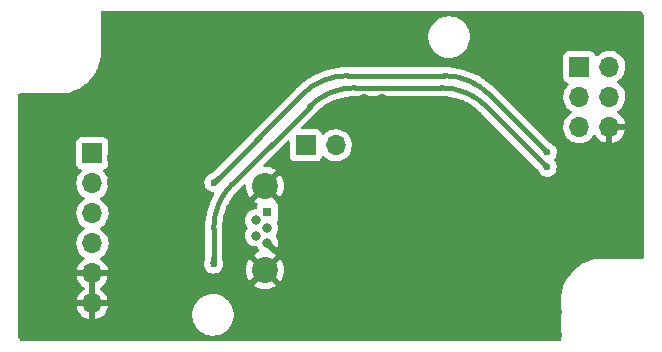
<source format=gbl>
%TF.GenerationSoftware,KiCad,Pcbnew,(6.0.2)*%
%TF.CreationDate,2022-08-31T11:18:45+12:00*%
%TF.ProjectId,webasto_heater_controller,77656261-7374-46f5-9f68-65617465725f,1.0*%
%TF.SameCoordinates,Original*%
%TF.FileFunction,Copper,L2,Bot*%
%TF.FilePolarity,Positive*%
%FSLAX46Y46*%
G04 Gerber Fmt 4.6, Leading zero omitted, Abs format (unit mm)*
G04 Created by KiCad (PCBNEW (6.0.2)) date 2022-08-31 11:18:45*
%MOMM*%
%LPD*%
G01*
G04 APERTURE LIST*
%TA.AperFunction,ComponentPad*%
%ADD10R,0.800000X0.800000*%
%TD*%
%TA.AperFunction,ComponentPad*%
%ADD11C,0.800000*%
%TD*%
%TA.AperFunction,ComponentPad*%
%ADD12C,2.200000*%
%TD*%
%TA.AperFunction,ComponentPad*%
%ADD13R,1.700000X1.700000*%
%TD*%
%TA.AperFunction,ComponentPad*%
%ADD14O,1.700000X1.700000*%
%TD*%
%TA.AperFunction,ViaPad*%
%ADD15C,0.900000*%
%TD*%
%TA.AperFunction,ViaPad*%
%ADD16C,0.600000*%
%TD*%
%TA.AperFunction,Conductor*%
%ADD17C,0.400000*%
%TD*%
G04 APERTURE END LIST*
D10*
%TO.P,J3,1,VCC*%
%TO.N,Net-(J3-Pad1)*%
X138320000Y-92590000D03*
D11*
%TO.P,J3,2,D-*%
%TO.N,USB_D-*%
X137320000Y-93240000D03*
%TO.P,J3,3,D+*%
%TO.N,USB_D+*%
X138320000Y-93890000D03*
%TO.P,J3,4,ID*%
%TO.N,unconnected-(J3-Pad4)*%
X137320000Y-94540000D03*
%TO.P,J3,5,GND*%
%TO.N,GND*%
X138320000Y-95190000D03*
D12*
%TO.P,J3,6,Shield1*%
X138100000Y-90315000D03*
%TO.P,J3,7,Shield2*%
X138100000Y-97465000D03*
%TD*%
D13*
%TO.P,J2,1,Pin_1*%
%TO.N,+BATT*%
X123500000Y-87590000D03*
D14*
%TO.P,J2,2,Pin_2*%
%TO.N,LOW_BEAM*%
X123500000Y-90130000D03*
%TO.P,J2,3,Pin_3*%
%TO.N,IGNITION*%
X123500000Y-92670000D03*
%TO.P,J2,4,Pin_4*%
%TO.N,WLINE*%
X123500000Y-95210000D03*
%TO.P,J2,5,Pin_5*%
%TO.N,GND*%
X123500000Y-97750000D03*
%TO.P,J2,6,Pin_6*%
X123500000Y-100290000D03*
%TD*%
D13*
%TO.P,J1,1,DATA*%
%TO.N,UPDI_DATA*%
X164725000Y-80275000D03*
D14*
%TO.P,J1,2,VCC*%
%TO.N,+5V*%
X167265000Y-80275000D03*
%TO.P,J1,3,NC*%
%TO.N,unconnected-(J1-Pad3)*%
X164725000Y-82815000D03*
%TO.P,J1,4,NC*%
%TO.N,unconnected-(J1-Pad4)*%
X167265000Y-82815000D03*
%TO.P,J1,5,NC*%
%TO.N,unconnected-(J1-Pad5)*%
X164725000Y-85355000D03*
%TO.P,J1,6,GND*%
%TO.N,GND*%
X167265000Y-85355000D03*
%TD*%
D13*
%TO.P,JP1,1,A*%
%TO.N,Net-(J3-Pad1)*%
X141560000Y-86900000D03*
D14*
%TO.P,JP1,2,B*%
%TO.N,+5V*%
X144100000Y-86900000D03*
%TD*%
D15*
%TO.N,GND*%
X163500000Y-89000000D03*
D16*
X122000000Y-103000000D03*
X121000000Y-86000000D03*
X128000000Y-89000000D03*
X129000000Y-76000000D03*
X119000000Y-94000000D03*
D15*
X146500000Y-83000000D03*
D16*
X121000000Y-84000000D03*
X126000000Y-99000000D03*
X120000000Y-89000000D03*
X135000000Y-78000000D03*
X154000000Y-102000000D03*
X125000000Y-98000000D03*
X118000000Y-103000000D03*
X122000000Y-83000000D03*
X144000000Y-102000000D03*
X154000000Y-94000000D03*
X121000000Y-102000000D03*
X157000000Y-101000000D03*
X148000000Y-102000000D03*
X163000000Y-101000000D03*
X130400000Y-99000000D03*
X132750000Y-93000000D03*
X123000000Y-82000000D03*
X119000000Y-86000000D03*
X129000000Y-102000000D03*
X128000000Y-83000000D03*
X131000000Y-76000000D03*
D15*
X148000000Y-83000000D03*
D16*
X135000000Y-76000000D03*
X158000000Y-102000000D03*
X122000000Y-99000000D03*
X130000000Y-94000000D03*
X125000000Y-90000000D03*
X125000000Y-80000000D03*
D15*
X151000000Y-93500000D03*
D16*
X118000000Y-89000000D03*
X134000000Y-88000000D03*
D15*
X158000000Y-81500000D03*
D16*
X150000000Y-102000000D03*
X122000000Y-89000000D03*
X155000000Y-101000000D03*
X118000000Y-97000000D03*
X124000000Y-81000000D03*
X163000000Y-99000000D03*
X118000000Y-83000000D03*
D15*
X165000000Y-87500000D03*
D16*
X133000000Y-80000000D03*
X118000000Y-101000000D03*
X118000000Y-85000000D03*
X127000000Y-82000000D03*
X123000000Y-102000000D03*
X163000000Y-97000000D03*
X128000000Y-101000000D03*
X163000000Y-103000000D03*
X130000000Y-103000000D03*
D15*
X148500000Y-93500000D03*
D16*
X131000000Y-80000000D03*
D15*
X163500000Y-87500000D03*
D16*
X127000000Y-102000000D03*
X154000000Y-96000000D03*
D15*
X146500000Y-84000000D03*
D16*
X159000000Y-101000000D03*
X124000000Y-83000000D03*
X120000000Y-103000000D03*
X127000000Y-100000000D03*
X126000000Y-85000000D03*
X128000000Y-81000000D03*
X119000000Y-84000000D03*
X162000000Y-102000000D03*
X129000000Y-93000000D03*
X126000000Y-83000000D03*
X124000000Y-103000000D03*
X126000000Y-89000000D03*
X122000000Y-85000000D03*
X125000000Y-84000000D03*
X161000000Y-103000000D03*
X126000000Y-103000000D03*
X126000000Y-101000000D03*
X120000000Y-85000000D03*
X156000000Y-102000000D03*
X126000000Y-81000000D03*
X121000000Y-94000000D03*
X133000000Y-76000000D03*
X131000000Y-100000000D03*
X142000000Y-102000000D03*
X166000000Y-96000000D03*
X152000000Y-102000000D03*
X165000000Y-95000000D03*
X123000000Y-84000000D03*
X118000000Y-99000000D03*
X120000000Y-83000000D03*
D15*
X148000000Y-84000000D03*
D16*
X119000000Y-102000000D03*
X127000000Y-80000000D03*
X140000000Y-102000000D03*
X127000000Y-84000000D03*
X125000000Y-76000000D03*
X146000000Y-102000000D03*
X132000000Y-99000000D03*
X125000000Y-88000000D03*
X120000000Y-99000000D03*
X125000000Y-82000000D03*
X127000000Y-76000000D03*
X153000000Y-101000000D03*
X129000000Y-90000000D03*
X138000000Y-102000000D03*
X125000000Y-102000000D03*
D15*
X165000000Y-89000000D03*
D16*
X127000000Y-88000000D03*
X125000000Y-100000000D03*
X128000000Y-103000000D03*
%TO.N,LOW_BEAM_5V*%
X133800000Y-90055000D03*
X162000000Y-87500000D03*
%TO.N,IGNITION_5V*%
X162000000Y-88750000D03*
X133755000Y-96955000D03*
%TD*%
D17*
%TO.N,LOW_BEAM_5V*%
X162000000Y-87500000D02*
X157093792Y-82593792D01*
X141261207Y-82593792D02*
X133800000Y-90055000D01*
X153246036Y-81000000D02*
X145108963Y-81000000D01*
X145108963Y-81000000D02*
G75*
G03*
X141261207Y-82593792I-1J-5441547D01*
G01*
X153246036Y-81000000D02*
G75*
G02*
X157093792Y-82593792I-1J-5441552D01*
G01*
%TO.N,IGNITION_5V*%
X141879687Y-83620312D02*
X135348792Y-90151207D01*
X133755000Y-96955000D02*
X133755000Y-93998963D01*
X145727443Y-82026520D02*
X153022556Y-82026520D01*
X156870312Y-83620312D02*
X162000000Y-88750000D01*
X141879687Y-83620312D02*
G75*
G02*
X145727443Y-82026520I3847755J-3847755D01*
G01*
X153022556Y-82026520D02*
G75*
G02*
X156870312Y-83620312I-1J-5441552D01*
G01*
X133755000Y-93998963D02*
G75*
G02*
X135348792Y-90151207I5441547J1D01*
G01*
%TD*%
%TA.AperFunction,Conductor*%
%TO.N,IGNITION_5V*%
G36*
X133951581Y-96368427D02*
G01*
X133955008Y-96376691D01*
X133955046Y-96430349D01*
X133955476Y-96487904D01*
X133956725Y-96538968D01*
X133959229Y-96584847D01*
X133963423Y-96626844D01*
X133969744Y-96666262D01*
X133978626Y-96704406D01*
X133990505Y-96742580D01*
X134005818Y-96782088D01*
X134005878Y-96782220D01*
X134005886Y-96782238D01*
X134021709Y-96817003D01*
X134022017Y-96825953D01*
X134019493Y-96829960D01*
X133763433Y-97096231D01*
X133755229Y-97099819D01*
X133746567Y-97096231D01*
X133490506Y-96829960D01*
X133487241Y-96821621D01*
X133488289Y-96817007D01*
X133504181Y-96782088D01*
X133519494Y-96742580D01*
X133531373Y-96704406D01*
X133540255Y-96666262D01*
X133546576Y-96626844D01*
X133550770Y-96584847D01*
X133553274Y-96538968D01*
X133554523Y-96487904D01*
X133554953Y-96430349D01*
X133554992Y-96376691D01*
X133558425Y-96368421D01*
X133566692Y-96365000D01*
X133943308Y-96365000D01*
X133951581Y-96368427D01*
G37*
%TD.AperFunction*%
%TD*%
%TA.AperFunction,Conductor*%
%TO.N,GND*%
G36*
X169670057Y-75509500D02*
G01*
X169684858Y-75511805D01*
X169684862Y-75511805D01*
X169693731Y-75513186D01*
X169702633Y-75512022D01*
X169702637Y-75512022D01*
X169702733Y-75512009D01*
X169733170Y-75511738D01*
X169795375Y-75518746D01*
X169822882Y-75525024D01*
X169900071Y-75552034D01*
X169925491Y-75564276D01*
X169994738Y-75607787D01*
X170016797Y-75625379D01*
X170074621Y-75683203D01*
X170092213Y-75705262D01*
X170135724Y-75774509D01*
X170147966Y-75799930D01*
X170174975Y-75877117D01*
X170181254Y-75904624D01*
X170187522Y-75960251D01*
X170188305Y-75975897D01*
X170188196Y-75984855D01*
X170186814Y-75993729D01*
X170189274Y-76012540D01*
X170190936Y-76025250D01*
X170192000Y-76041588D01*
X170192000Y-96366000D01*
X170171998Y-96434121D01*
X170118342Y-96480614D01*
X170066000Y-96492000D01*
X166753207Y-96492000D01*
X166732303Y-96490254D01*
X166729137Y-96489721D01*
X166712539Y-96486929D01*
X166706419Y-96486854D01*
X166704867Y-96486835D01*
X166704862Y-96486835D01*
X166700000Y-96486776D01*
X166695172Y-96487467D01*
X166695053Y-96487475D01*
X166683583Y-96488575D01*
X166358831Y-96504529D01*
X166358827Y-96504529D01*
X166355741Y-96504681D01*
X166014798Y-96555256D01*
X166011803Y-96556006D01*
X166011804Y-96556006D01*
X165683454Y-96638253D01*
X165683449Y-96638255D01*
X165680453Y-96639005D01*
X165677554Y-96640042D01*
X165677545Y-96640045D01*
X165518190Y-96697063D01*
X165355927Y-96755122D01*
X165353144Y-96756438D01*
X165353135Y-96756442D01*
X165047128Y-96901173D01*
X165044346Y-96902489D01*
X165041704Y-96904072D01*
X165041705Y-96904072D01*
X164751359Y-97078098D01*
X164751350Y-97078104D01*
X164748709Y-97079687D01*
X164746224Y-97081530D01*
X164476229Y-97281772D01*
X164471864Y-97285009D01*
X164216478Y-97516478D01*
X163985009Y-97771864D01*
X163983168Y-97774347D01*
X163983165Y-97774350D01*
X163808496Y-98009865D01*
X163779687Y-98048709D01*
X163778104Y-98051350D01*
X163778098Y-98051359D01*
X163615440Y-98322739D01*
X163602489Y-98344346D01*
X163601175Y-98347125D01*
X163601173Y-98347128D01*
X163456442Y-98653135D01*
X163456438Y-98653144D01*
X163455122Y-98655927D01*
X163454082Y-98658835D01*
X163367941Y-98899583D01*
X163339005Y-98980453D01*
X163338255Y-98983449D01*
X163338253Y-98983454D01*
X163295905Y-99152517D01*
X163255256Y-99314798D01*
X163204681Y-99655741D01*
X163204529Y-99658827D01*
X163204529Y-99658831D01*
X163189349Y-99967828D01*
X163187756Y-99982544D01*
X163186929Y-99987461D01*
X163186776Y-100000000D01*
X163190062Y-100022947D01*
X163190727Y-100027588D01*
X163192000Y-100045451D01*
X163192000Y-103366000D01*
X163171998Y-103434121D01*
X163118342Y-103480614D01*
X163066000Y-103492000D01*
X117749327Y-103492000D01*
X117729943Y-103490500D01*
X117715142Y-103488195D01*
X117715138Y-103488195D01*
X117706269Y-103486814D01*
X117697367Y-103487978D01*
X117697363Y-103487978D01*
X117697267Y-103487991D01*
X117666830Y-103488262D01*
X117604625Y-103481254D01*
X117577118Y-103474976D01*
X117499928Y-103447966D01*
X117474509Y-103435724D01*
X117405262Y-103392213D01*
X117383203Y-103374621D01*
X117325379Y-103316797D01*
X117307787Y-103294738D01*
X117264276Y-103225491D01*
X117252034Y-103200070D01*
X117225025Y-103122883D01*
X117218746Y-103095376D01*
X117212478Y-103039749D01*
X117211695Y-103024103D01*
X117211804Y-103015145D01*
X117213186Y-103006271D01*
X117209064Y-102974749D01*
X117208000Y-102958412D01*
X117208000Y-100557966D01*
X122168257Y-100557966D01*
X122198565Y-100692446D01*
X122201645Y-100702275D01*
X122281770Y-100899603D01*
X122286413Y-100908794D01*
X122397694Y-101090388D01*
X122403777Y-101098699D01*
X122543213Y-101259667D01*
X122550580Y-101266883D01*
X122714434Y-101402916D01*
X122722881Y-101408831D01*
X122906756Y-101516279D01*
X122916042Y-101520729D01*
X123115001Y-101596703D01*
X123124899Y-101599579D01*
X123228250Y-101620606D01*
X123242299Y-101619410D01*
X123246000Y-101609065D01*
X123246000Y-101608517D01*
X123754000Y-101608517D01*
X123758064Y-101622359D01*
X123771478Y-101624393D01*
X123778184Y-101623534D01*
X123788262Y-101621392D01*
X123992255Y-101560191D01*
X124001842Y-101556433D01*
X124193095Y-101462739D01*
X124201945Y-101457464D01*
X124341873Y-101357655D01*
X131939858Y-101357655D01*
X131975104Y-101616638D01*
X131976412Y-101621124D01*
X131976412Y-101621126D01*
X131996098Y-101688664D01*
X132048243Y-101867567D01*
X132157668Y-102104928D01*
X132160231Y-102108837D01*
X132298410Y-102319596D01*
X132298414Y-102319601D01*
X132300976Y-102323509D01*
X132475018Y-102518506D01*
X132675970Y-102685637D01*
X132679973Y-102688066D01*
X132895422Y-102818804D01*
X132895426Y-102818806D01*
X132899419Y-102821229D01*
X133140455Y-102922303D01*
X133393783Y-102986641D01*
X133398434Y-102987109D01*
X133398438Y-102987110D01*
X133588731Y-103006271D01*
X133610867Y-103008500D01*
X133766354Y-103008500D01*
X133768679Y-103008327D01*
X133768685Y-103008327D01*
X133956000Y-102994407D01*
X133956004Y-102994406D01*
X133960652Y-102994061D01*
X133965200Y-102993032D01*
X133965206Y-102993031D01*
X134151601Y-102950853D01*
X134215577Y-102936377D01*
X134251769Y-102922303D01*
X134454824Y-102843340D01*
X134454827Y-102843339D01*
X134459177Y-102841647D01*
X134686098Y-102711951D01*
X134891357Y-102550138D01*
X135070443Y-102359763D01*
X135219424Y-102145009D01*
X135335025Y-101910593D01*
X135414707Y-101661665D01*
X135456721Y-101403693D01*
X135460142Y-101142345D01*
X135424896Y-100883362D01*
X135410473Y-100833877D01*
X135353068Y-100636932D01*
X135351757Y-100632433D01*
X135242332Y-100395072D01*
X135209519Y-100345024D01*
X135101590Y-100180404D01*
X135101586Y-100180399D01*
X135099024Y-100176491D01*
X134953453Y-100013393D01*
X134928097Y-99984984D01*
X134924982Y-99981494D01*
X134724030Y-99814363D01*
X134676844Y-99785730D01*
X134504578Y-99681196D01*
X134504574Y-99681194D01*
X134500581Y-99678771D01*
X134259545Y-99577697D01*
X134006217Y-99513359D01*
X134001566Y-99512891D01*
X134001562Y-99512890D01*
X133792271Y-99491816D01*
X133789133Y-99491500D01*
X133633646Y-99491500D01*
X133631321Y-99491673D01*
X133631315Y-99491673D01*
X133444000Y-99505593D01*
X133443996Y-99505594D01*
X133439348Y-99505939D01*
X133434800Y-99506968D01*
X133434794Y-99506969D01*
X133248399Y-99549147D01*
X133184423Y-99563623D01*
X133180071Y-99565315D01*
X133180069Y-99565316D01*
X132945176Y-99656660D01*
X132945173Y-99656661D01*
X132940823Y-99658353D01*
X132713902Y-99788049D01*
X132508643Y-99949862D01*
X132329557Y-100140237D01*
X132180576Y-100354991D01*
X132064975Y-100589407D01*
X131985293Y-100838335D01*
X131943279Y-101096307D01*
X131939858Y-101357655D01*
X124341873Y-101357655D01*
X124375328Y-101333792D01*
X124383200Y-101327139D01*
X124534052Y-101176812D01*
X124540730Y-101168965D01*
X124665003Y-100996020D01*
X124670313Y-100987183D01*
X124764670Y-100796267D01*
X124768469Y-100786672D01*
X124830377Y-100582910D01*
X124832555Y-100572837D01*
X124833986Y-100561962D01*
X124831775Y-100547778D01*
X124818617Y-100544000D01*
X123772115Y-100544000D01*
X123756876Y-100548475D01*
X123755671Y-100549865D01*
X123754000Y-100557548D01*
X123754000Y-101608517D01*
X123246000Y-101608517D01*
X123246000Y-100562115D01*
X123241525Y-100546876D01*
X123240135Y-100545671D01*
X123232452Y-100544000D01*
X122183225Y-100544000D01*
X122169694Y-100547973D01*
X122168257Y-100557966D01*
X117208000Y-100557966D01*
X117208000Y-100024183D01*
X122164389Y-100024183D01*
X122165912Y-100032607D01*
X122178292Y-100036000D01*
X123227885Y-100036000D01*
X123243124Y-100031525D01*
X123244329Y-100030135D01*
X123246000Y-100022452D01*
X123246000Y-100017885D01*
X123754000Y-100017885D01*
X123758475Y-100033124D01*
X123759865Y-100034329D01*
X123767548Y-100036000D01*
X124818344Y-100036000D01*
X124831875Y-100032027D01*
X124833180Y-100022947D01*
X124791214Y-99855875D01*
X124787894Y-99846124D01*
X124702972Y-99650814D01*
X124698105Y-99641739D01*
X124582426Y-99462926D01*
X124576136Y-99454757D01*
X124432806Y-99297240D01*
X124425273Y-99290215D01*
X124258139Y-99158222D01*
X124249552Y-99152517D01*
X124212116Y-99131851D01*
X124162146Y-99081419D01*
X124147374Y-99011976D01*
X124172490Y-98945571D01*
X124199842Y-98918964D01*
X124375327Y-98793792D01*
X124383200Y-98787139D01*
X124400007Y-98770390D01*
X137159440Y-98770390D01*
X137165167Y-98778040D01*
X137363506Y-98899583D01*
X137372300Y-98904064D01*
X137596991Y-98997134D01*
X137606376Y-99000183D01*
X137842863Y-99056959D01*
X137852610Y-99058502D01*
X138095070Y-99077584D01*
X138104930Y-99077584D01*
X138347390Y-99058502D01*
X138357137Y-99056959D01*
X138593624Y-99000183D01*
X138603009Y-98997134D01*
X138827700Y-98904064D01*
X138836494Y-98899583D01*
X139031167Y-98780287D01*
X139040627Y-98769830D01*
X139036844Y-98761054D01*
X138112812Y-97837022D01*
X138098868Y-97829408D01*
X138097035Y-97829539D01*
X138090420Y-97833790D01*
X137166200Y-98758010D01*
X137159440Y-98770390D01*
X124400007Y-98770390D01*
X124534052Y-98636812D01*
X124540730Y-98628965D01*
X124665003Y-98456020D01*
X124670313Y-98447183D01*
X124764670Y-98256267D01*
X124768469Y-98246672D01*
X124830377Y-98042910D01*
X124832555Y-98032837D01*
X124833986Y-98021962D01*
X124831775Y-98007778D01*
X124818617Y-98004000D01*
X123772115Y-98004000D01*
X123756876Y-98008475D01*
X123755671Y-98009865D01*
X123754000Y-98017548D01*
X123754000Y-100017885D01*
X123246000Y-100017885D01*
X123246000Y-98022115D01*
X123241525Y-98006876D01*
X123240135Y-98005671D01*
X123232452Y-98004000D01*
X122183225Y-98004000D01*
X122169694Y-98007973D01*
X122168257Y-98017966D01*
X122198565Y-98152446D01*
X122201645Y-98162275D01*
X122281770Y-98359603D01*
X122286413Y-98368794D01*
X122397694Y-98550388D01*
X122403777Y-98558699D01*
X122543213Y-98719667D01*
X122550580Y-98726883D01*
X122714434Y-98862916D01*
X122722881Y-98868831D01*
X122792479Y-98909501D01*
X122841203Y-98961140D01*
X122854274Y-99030923D01*
X122827543Y-99096694D01*
X122787087Y-99130053D01*
X122778462Y-99134542D01*
X122769738Y-99140036D01*
X122599433Y-99267905D01*
X122591726Y-99274748D01*
X122444590Y-99428717D01*
X122438104Y-99436727D01*
X122318098Y-99612649D01*
X122313000Y-99621623D01*
X122223338Y-99814783D01*
X122219775Y-99824470D01*
X122164389Y-100024183D01*
X117208000Y-100024183D01*
X117208000Y-95176695D01*
X122137251Y-95176695D01*
X122137548Y-95181848D01*
X122137548Y-95181851D01*
X122143011Y-95276590D01*
X122150110Y-95399715D01*
X122151247Y-95404761D01*
X122151248Y-95404767D01*
X122152156Y-95408794D01*
X122199222Y-95617639D01*
X122252590Y-95749069D01*
X122278581Y-95813077D01*
X122283266Y-95824616D01*
X122285965Y-95829020D01*
X122352786Y-95938062D01*
X122399987Y-96015088D01*
X122546250Y-96183938D01*
X122718126Y-96326632D01*
X122785497Y-96366000D01*
X122791955Y-96369774D01*
X122840679Y-96421412D01*
X122853750Y-96491195D01*
X122827019Y-96556967D01*
X122786562Y-96590327D01*
X122778457Y-96594546D01*
X122769738Y-96600036D01*
X122599433Y-96727905D01*
X122591726Y-96734748D01*
X122444590Y-96888717D01*
X122438104Y-96896727D01*
X122318098Y-97072649D01*
X122313000Y-97081623D01*
X122223338Y-97274783D01*
X122219775Y-97284470D01*
X122164389Y-97484183D01*
X122165912Y-97492607D01*
X122178292Y-97496000D01*
X124818344Y-97496000D01*
X124831875Y-97492027D01*
X124833180Y-97482947D01*
X124791214Y-97315875D01*
X124787894Y-97306124D01*
X124702972Y-97110814D01*
X124698105Y-97101739D01*
X124595826Y-96943640D01*
X132941463Y-96943640D01*
X132959163Y-97124160D01*
X133016418Y-97296273D01*
X133020065Y-97302295D01*
X133020066Y-97302297D01*
X133098839Y-97432367D01*
X133110380Y-97451424D01*
X133115269Y-97456487D01*
X133115270Y-97456488D01*
X133150150Y-97492607D01*
X133236382Y-97581902D01*
X133388159Y-97681222D01*
X133394763Y-97683678D01*
X133394765Y-97683679D01*
X133551558Y-97741990D01*
X133551560Y-97741990D01*
X133558168Y-97744448D01*
X133641995Y-97755633D01*
X133730980Y-97767507D01*
X133730984Y-97767507D01*
X133737961Y-97768438D01*
X133744972Y-97767800D01*
X133744976Y-97767800D01*
X133887459Y-97754832D01*
X133918600Y-97751998D01*
X133925302Y-97749820D01*
X133925304Y-97749820D01*
X134084409Y-97698124D01*
X134084412Y-97698123D01*
X134091108Y-97695947D01*
X134246912Y-97603069D01*
X134378266Y-97477982D01*
X134383616Y-97469930D01*
X136487416Y-97469930D01*
X136506498Y-97712390D01*
X136508041Y-97722137D01*
X136564817Y-97958624D01*
X136567866Y-97968009D01*
X136660936Y-98192700D01*
X136665417Y-98201494D01*
X136784713Y-98396167D01*
X136795170Y-98405627D01*
X136803946Y-98401844D01*
X137727978Y-97477812D01*
X137734356Y-97466132D01*
X138464408Y-97466132D01*
X138464539Y-97467965D01*
X138468790Y-97474580D01*
X139393010Y-98398800D01*
X139405390Y-98405560D01*
X139413040Y-98399833D01*
X139534583Y-98201494D01*
X139539064Y-98192700D01*
X139632134Y-97968009D01*
X139635183Y-97958624D01*
X139691959Y-97722137D01*
X139693502Y-97712390D01*
X139712584Y-97469930D01*
X139712584Y-97460070D01*
X139693502Y-97217610D01*
X139691959Y-97207863D01*
X139635183Y-96971376D01*
X139632134Y-96961991D01*
X139539064Y-96737300D01*
X139534583Y-96728506D01*
X139415287Y-96533833D01*
X139404830Y-96524373D01*
X139396054Y-96528156D01*
X138472022Y-97452188D01*
X138464408Y-97466132D01*
X137734356Y-97466132D01*
X137735592Y-97463868D01*
X137735461Y-97462035D01*
X137731210Y-97455420D01*
X136806990Y-96531200D01*
X136794610Y-96524440D01*
X136786960Y-96530167D01*
X136665417Y-96728506D01*
X136660936Y-96737300D01*
X136567866Y-96961991D01*
X136564817Y-96971376D01*
X136508041Y-97207863D01*
X136506498Y-97217610D01*
X136487416Y-97460070D01*
X136487416Y-97469930D01*
X134383616Y-97469930D01*
X134478643Y-97326902D01*
X134543055Y-97157338D01*
X134544079Y-97150052D01*
X134567748Y-96981639D01*
X134567748Y-96981636D01*
X134568299Y-96977717D01*
X134568452Y-96966738D01*
X134568561Y-96958962D01*
X134568561Y-96958957D01*
X134568616Y-96955000D01*
X134548397Y-96774745D01*
X134546080Y-96768091D01*
X134491064Y-96610106D01*
X134491062Y-96610103D01*
X134488745Y-96603448D01*
X134484304Y-96596341D01*
X134483984Y-96595330D01*
X134481968Y-96591122D01*
X134482562Y-96590837D01*
X134465342Y-96536433D01*
X134465057Y-96531200D01*
X134464488Y-96520771D01*
X134464339Y-96516995D01*
X134463538Y-96484227D01*
X134463500Y-96481148D01*
X134463500Y-94540000D01*
X136406496Y-94540000D01*
X136407186Y-94546565D01*
X136417894Y-94648442D01*
X136426458Y-94729928D01*
X136485473Y-94911556D01*
X136580960Y-95076944D01*
X136585378Y-95081851D01*
X136585379Y-95081852D01*
X136676845Y-95183435D01*
X136708747Y-95218866D01*
X136863248Y-95331118D01*
X136869276Y-95333802D01*
X136869278Y-95333803D01*
X137017320Y-95399715D01*
X137037712Y-95408794D01*
X137131112Y-95428647D01*
X137218056Y-95447128D01*
X137218061Y-95447128D01*
X137224513Y-95448500D01*
X137357719Y-95448500D01*
X137425840Y-95468502D01*
X137472333Y-95522158D01*
X137477552Y-95535563D01*
X137483890Y-95555068D01*
X137489235Y-95567074D01*
X137578062Y-95720927D01*
X137585786Y-95731558D01*
X137601553Y-95749069D01*
X137632270Y-95813077D01*
X137623506Y-95883531D01*
X137578044Y-95938062D01*
X137556135Y-95949789D01*
X137372300Y-96025936D01*
X137363506Y-96030417D01*
X137168833Y-96149713D01*
X137159373Y-96160170D01*
X137163156Y-96168946D01*
X138087188Y-97092978D01*
X138101132Y-97100592D01*
X138102965Y-97100461D01*
X138109580Y-97096210D01*
X139033800Y-96171990D01*
X139040560Y-96159610D01*
X139034833Y-96151960D01*
X138836491Y-96030415D01*
X138833343Y-96028812D01*
X138774996Y-96004646D01*
X138755572Y-95985131D01*
X138754192Y-95983402D01*
X138049885Y-95279095D01*
X138015859Y-95216783D01*
X138020924Y-95145968D01*
X138049885Y-95100905D01*
X138230905Y-94919885D01*
X138293217Y-94885859D01*
X138364032Y-94890924D01*
X138409095Y-94919885D01*
X139103370Y-95614160D01*
X139115750Y-95620920D01*
X139122665Y-95615744D01*
X139150770Y-95567064D01*
X139156108Y-95555075D01*
X139211011Y-95386102D01*
X139213741Y-95373261D01*
X139232312Y-95196565D01*
X139232312Y-95183435D01*
X139213741Y-95006739D01*
X139211011Y-94993898D01*
X139156111Y-94824934D01*
X139150765Y-94812926D01*
X139061938Y-94659073D01*
X139054214Y-94648442D01*
X139032822Y-94624684D01*
X139002105Y-94560676D01*
X139010868Y-94490223D01*
X139032822Y-94456062D01*
X139054620Y-94431853D01*
X139059040Y-94426944D01*
X139084633Y-94382617D01*
X139151223Y-94267279D01*
X139151224Y-94267278D01*
X139154527Y-94261556D01*
X139213542Y-94079928D01*
X139214365Y-94072104D01*
X139232814Y-93896565D01*
X139233504Y-93890000D01*
X139222137Y-93781852D01*
X139214232Y-93706635D01*
X139214232Y-93706633D01*
X139213542Y-93700072D01*
X139154527Y-93518444D01*
X139129496Y-93475088D01*
X139111227Y-93443446D01*
X139094489Y-93374451D01*
X139119520Y-93304881D01*
X139138295Y-93279829D01*
X139170615Y-93236705D01*
X139221745Y-93100316D01*
X139228500Y-93038134D01*
X139228500Y-92141866D01*
X139221745Y-92079684D01*
X139170615Y-91943295D01*
X139083261Y-91826739D01*
X139056883Y-91806970D01*
X139014370Y-91750111D01*
X139009345Y-91679292D01*
X139039014Y-91621613D01*
X139040626Y-91619831D01*
X139036843Y-91611053D01*
X138112812Y-90687022D01*
X138098868Y-90679408D01*
X138097035Y-90679539D01*
X138090420Y-90683790D01*
X137166200Y-91608010D01*
X137159440Y-91620390D01*
X137165167Y-91628040D01*
X137363506Y-91749583D01*
X137372300Y-91754064D01*
X137407331Y-91768574D01*
X137462612Y-91813123D01*
X137485033Y-91880486D01*
X137470508Y-91941797D01*
X137469385Y-91943295D01*
X137418255Y-92079684D01*
X137411500Y-92141866D01*
X137411500Y-92205500D01*
X137391498Y-92273621D01*
X137337842Y-92320114D01*
X137285500Y-92331500D01*
X137224513Y-92331500D01*
X137218061Y-92332872D01*
X137218056Y-92332872D01*
X137131113Y-92351353D01*
X137037712Y-92371206D01*
X137031682Y-92373891D01*
X137031681Y-92373891D01*
X136869278Y-92446197D01*
X136869276Y-92446198D01*
X136863248Y-92448882D01*
X136708747Y-92561134D01*
X136704326Y-92566044D01*
X136704325Y-92566045D01*
X136591957Y-92690843D01*
X136580960Y-92703056D01*
X136485473Y-92868444D01*
X136426458Y-93050072D01*
X136425768Y-93056633D01*
X136425768Y-93056635D01*
X136413663Y-93171811D01*
X136406496Y-93240000D01*
X136426458Y-93429928D01*
X136485473Y-93611556D01*
X136580960Y-93776944D01*
X136585378Y-93781851D01*
X136585379Y-93781852D01*
X136606843Y-93805690D01*
X136637561Y-93869697D01*
X136628796Y-93940151D01*
X136606843Y-93974310D01*
X136588368Y-93994829D01*
X136580960Y-94003056D01*
X136485473Y-94168444D01*
X136426458Y-94350072D01*
X136425768Y-94356633D01*
X136425768Y-94356635D01*
X136415318Y-94456062D01*
X136406496Y-94540000D01*
X134463500Y-94540000D01*
X134463500Y-94053927D01*
X134464578Y-94037481D01*
X134467674Y-94013968D01*
X134467674Y-94013964D01*
X134468665Y-94006437D01*
X134465673Y-93979333D01*
X134465009Y-93960560D01*
X134477896Y-93632562D01*
X134478672Y-93622699D01*
X134521191Y-93263462D01*
X134522739Y-93253691D01*
X134593309Y-92898908D01*
X134595619Y-92889287D01*
X134693808Y-92541138D01*
X134696865Y-92531729D01*
X134817217Y-92205500D01*
X134822070Y-92192345D01*
X134825855Y-92183207D01*
X134844914Y-92141866D01*
X134977302Y-91854692D01*
X134981793Y-91845879D01*
X135035722Y-91749583D01*
X135158539Y-91530277D01*
X135163708Y-91521841D01*
X135237838Y-91410897D01*
X135364685Y-91221057D01*
X135370494Y-91213061D01*
X135500804Y-91047765D01*
X135594446Y-90928981D01*
X135600869Y-90921460D01*
X135818048Y-90686516D01*
X135833869Y-90672082D01*
X135848144Y-90661129D01*
X135873241Y-90629803D01*
X135882480Y-90619489D01*
X136272321Y-90229648D01*
X136334633Y-90195622D01*
X136405448Y-90200687D01*
X136462284Y-90243234D01*
X136487095Y-90309754D01*
X136487416Y-90318743D01*
X136487416Y-90319930D01*
X136506498Y-90562390D01*
X136508041Y-90572137D01*
X136564817Y-90808624D01*
X136567866Y-90818009D01*
X136660936Y-91042700D01*
X136665417Y-91051494D01*
X136784713Y-91246167D01*
X136795170Y-91255627D01*
X136803946Y-91251844D01*
X137739658Y-90316132D01*
X138464408Y-90316132D01*
X138464539Y-90317965D01*
X138468790Y-90324580D01*
X139393010Y-91248800D01*
X139405390Y-91255560D01*
X139413040Y-91249833D01*
X139534583Y-91051494D01*
X139539064Y-91042700D01*
X139632134Y-90818009D01*
X139635183Y-90808624D01*
X139691959Y-90572137D01*
X139693502Y-90562390D01*
X139712584Y-90319930D01*
X139712584Y-90310070D01*
X139693502Y-90067610D01*
X139691959Y-90057863D01*
X139635183Y-89821376D01*
X139632134Y-89811991D01*
X139539064Y-89587300D01*
X139534583Y-89578506D01*
X139415287Y-89383833D01*
X139404830Y-89374373D01*
X139396054Y-89378156D01*
X138472022Y-90302188D01*
X138464408Y-90316132D01*
X137739658Y-90316132D01*
X139033800Y-89021990D01*
X139040560Y-89009610D01*
X139034833Y-89001960D01*
X138836494Y-88880417D01*
X138827700Y-88875936D01*
X138603009Y-88782866D01*
X138593624Y-88779817D01*
X138357137Y-88723041D01*
X138347390Y-88721498D01*
X138104930Y-88702416D01*
X138103743Y-88702416D01*
X138103308Y-88702288D01*
X138100000Y-88702028D01*
X138100055Y-88701333D01*
X138035622Y-88682414D01*
X137989129Y-88628758D01*
X137979025Y-88558484D01*
X138008519Y-88493904D01*
X138014648Y-88487321D01*
X138096864Y-88405106D01*
X139986405Y-86515565D01*
X140048717Y-86481539D01*
X140119533Y-86486604D01*
X140176368Y-86529151D01*
X140201179Y-86595671D01*
X140201500Y-86604660D01*
X140201500Y-87798134D01*
X140208255Y-87860316D01*
X140259385Y-87996705D01*
X140346739Y-88113261D01*
X140463295Y-88200615D01*
X140599684Y-88251745D01*
X140661866Y-88258500D01*
X142458134Y-88258500D01*
X142520316Y-88251745D01*
X142656705Y-88200615D01*
X142773261Y-88113261D01*
X142860615Y-87996705D01*
X142882799Y-87937529D01*
X142904598Y-87879382D01*
X142947240Y-87822618D01*
X143013802Y-87797918D01*
X143083150Y-87813126D01*
X143117817Y-87841114D01*
X143146250Y-87873938D01*
X143318126Y-88016632D01*
X143511000Y-88129338D01*
X143719692Y-88209030D01*
X143724760Y-88210061D01*
X143724763Y-88210062D01*
X143832017Y-88231883D01*
X143938597Y-88253567D01*
X143943772Y-88253757D01*
X143943774Y-88253757D01*
X144156673Y-88261564D01*
X144156677Y-88261564D01*
X144161837Y-88261753D01*
X144166957Y-88261097D01*
X144166959Y-88261097D01*
X144378288Y-88234025D01*
X144378289Y-88234025D01*
X144383416Y-88233368D01*
X144444713Y-88214978D01*
X144592429Y-88170661D01*
X144592434Y-88170659D01*
X144597384Y-88169174D01*
X144797994Y-88070896D01*
X144979860Y-87941173D01*
X145049374Y-87871902D01*
X145123616Y-87797918D01*
X145138096Y-87783489D01*
X145201419Y-87695366D01*
X145265435Y-87606277D01*
X145268453Y-87602077D01*
X145318903Y-87500000D01*
X145365136Y-87406453D01*
X145365137Y-87406451D01*
X145367430Y-87401811D01*
X145432370Y-87188069D01*
X145461529Y-86966590D01*
X145463156Y-86900000D01*
X145444852Y-86677361D01*
X145390431Y-86460702D01*
X145301354Y-86255840D01*
X145180014Y-86068277D01*
X145029670Y-85903051D01*
X145025619Y-85899852D01*
X145025615Y-85899848D01*
X144858414Y-85767800D01*
X144858410Y-85767798D01*
X144854359Y-85764598D01*
X144658789Y-85656638D01*
X144653920Y-85654914D01*
X144653916Y-85654912D01*
X144453087Y-85583795D01*
X144453083Y-85583794D01*
X144448212Y-85582069D01*
X144443119Y-85581162D01*
X144443116Y-85581161D01*
X144233373Y-85543800D01*
X144233367Y-85543799D01*
X144228284Y-85542894D01*
X144154452Y-85541992D01*
X144010081Y-85540228D01*
X144010079Y-85540228D01*
X144004911Y-85540165D01*
X143784091Y-85573955D01*
X143571756Y-85643357D01*
X143373607Y-85746507D01*
X143369474Y-85749610D01*
X143369471Y-85749612D01*
X143199100Y-85877530D01*
X143194965Y-85880635D01*
X143114508Y-85964829D01*
X143114283Y-85965064D01*
X143052759Y-86000494D01*
X142981846Y-85997037D01*
X142924060Y-85955791D01*
X142905207Y-85922243D01*
X142863767Y-85811703D01*
X142860615Y-85803295D01*
X142773261Y-85686739D01*
X142656705Y-85599385D01*
X142520316Y-85548255D01*
X142458134Y-85541500D01*
X141264660Y-85541500D01*
X141196539Y-85521498D01*
X141150046Y-85467842D01*
X141139942Y-85397568D01*
X141169436Y-85332988D01*
X141175565Y-85326405D01*
X142341810Y-84160160D01*
X142354201Y-84149293D01*
X142373012Y-84134859D01*
X142373013Y-84134858D01*
X142379039Y-84130234D01*
X142396087Y-84108955D01*
X142408892Y-84095211D01*
X142649941Y-83872389D01*
X142657464Y-83865964D01*
X142865276Y-83702137D01*
X142941549Y-83642008D01*
X142949544Y-83636200D01*
X143250321Y-83435228D01*
X143258757Y-83430059D01*
X143574359Y-83253313D01*
X143583174Y-83248821D01*
X143629586Y-83227425D01*
X143911690Y-83097374D01*
X143920827Y-83093589D01*
X144260209Y-82968385D01*
X144269618Y-82965328D01*
X144617767Y-82867139D01*
X144627388Y-82864829D01*
X144982171Y-82794259D01*
X144991942Y-82792711D01*
X145351179Y-82750192D01*
X145361042Y-82749416D01*
X145680733Y-82736855D01*
X145702128Y-82737836D01*
X145712439Y-82739194D01*
X145712442Y-82739194D01*
X145719969Y-82740185D01*
X145759859Y-82735781D01*
X145773686Y-82735020D01*
X152967592Y-82735020D01*
X152984038Y-82736098D01*
X153007551Y-82739194D01*
X153007555Y-82739194D01*
X153015082Y-82740185D01*
X153031637Y-82738357D01*
X153042186Y-82737193D01*
X153060959Y-82736529D01*
X153388957Y-82749416D01*
X153398820Y-82750192D01*
X153758057Y-82792711D01*
X153767828Y-82794259D01*
X153855239Y-82811646D01*
X154122621Y-82864832D01*
X154132222Y-82867137D01*
X154365332Y-82932880D01*
X154480378Y-82965327D01*
X154489787Y-82968384D01*
X154829172Y-83093589D01*
X154838309Y-83097374D01*
X155120413Y-83227425D01*
X155166825Y-83248821D01*
X155175640Y-83253313D01*
X155491242Y-83430059D01*
X155499678Y-83435228D01*
X155800461Y-83636205D01*
X155808450Y-83642009D01*
X156075494Y-83852529D01*
X156092536Y-83865964D01*
X156100059Y-83872389D01*
X156335003Y-84089569D01*
X156349436Y-84105388D01*
X156360390Y-84119665D01*
X156366314Y-84124411D01*
X156366317Y-84124414D01*
X156391719Y-84144764D01*
X156402034Y-84154004D01*
X161163901Y-88915872D01*
X161166053Y-88918077D01*
X161188729Y-88941890D01*
X161191300Y-88944672D01*
X161206070Y-88961147D01*
X161209745Y-88965435D01*
X161211552Y-88967643D01*
X161233610Y-89007682D01*
X161261418Y-89091273D01*
X161265065Y-89097295D01*
X161265066Y-89097297D01*
X161275978Y-89115314D01*
X161355380Y-89246424D01*
X161360269Y-89251487D01*
X161360270Y-89251488D01*
X161371348Y-89262959D01*
X161481382Y-89376902D01*
X161487278Y-89380760D01*
X161603296Y-89456680D01*
X161633159Y-89476222D01*
X161639763Y-89478678D01*
X161639765Y-89478679D01*
X161796558Y-89536990D01*
X161796560Y-89536990D01*
X161803168Y-89539448D01*
X161886995Y-89550633D01*
X161975980Y-89562507D01*
X161975984Y-89562507D01*
X161982961Y-89563438D01*
X161989972Y-89562800D01*
X161989976Y-89562800D01*
X162132459Y-89549832D01*
X162163600Y-89546998D01*
X162170302Y-89544820D01*
X162170304Y-89544820D01*
X162329409Y-89493124D01*
X162329412Y-89493123D01*
X162336108Y-89490947D01*
X162491912Y-89398069D01*
X162623266Y-89272982D01*
X162723643Y-89121902D01*
X162788055Y-88952338D01*
X162789035Y-88945366D01*
X162812748Y-88776639D01*
X162812748Y-88776636D01*
X162813299Y-88772717D01*
X162813616Y-88750000D01*
X162793397Y-88569745D01*
X162786631Y-88550316D01*
X162736064Y-88405106D01*
X162736062Y-88405103D01*
X162733745Y-88398448D01*
X162637626Y-88244624D01*
X162608186Y-88214978D01*
X162574379Y-88152548D01*
X162579691Y-88081750D01*
X162610702Y-88034947D01*
X162618160Y-88027845D01*
X162618163Y-88027842D01*
X162623266Y-88022982D01*
X162723643Y-87871902D01*
X162788055Y-87702338D01*
X162789035Y-87695366D01*
X162812748Y-87526639D01*
X162812748Y-87526636D01*
X162813299Y-87522717D01*
X162813616Y-87500000D01*
X162793397Y-87319745D01*
X162733745Y-87148448D01*
X162637626Y-86994624D01*
X162609787Y-86966590D01*
X162514778Y-86870915D01*
X162514774Y-86870912D01*
X162509815Y-86865918D01*
X162356666Y-86768727D01*
X162292182Y-86745765D01*
X162254843Y-86732469D01*
X162217313Y-86711282D01*
X162215446Y-86709754D01*
X162211147Y-86706070D01*
X162194672Y-86691300D01*
X162191890Y-86688729D01*
X162168058Y-86666035D01*
X162165853Y-86663883D01*
X160823665Y-85321695D01*
X163362251Y-85321695D01*
X163375110Y-85544715D01*
X163376247Y-85549761D01*
X163376248Y-85549767D01*
X163388644Y-85604771D01*
X163424222Y-85762639D01*
X163508266Y-85969616D01*
X163624987Y-86160088D01*
X163771250Y-86328938D01*
X163943126Y-86471632D01*
X164136000Y-86584338D01*
X164344692Y-86664030D01*
X164349760Y-86665061D01*
X164349763Y-86665062D01*
X164444862Y-86684410D01*
X164563597Y-86708567D01*
X164568772Y-86708757D01*
X164568774Y-86708757D01*
X164781673Y-86716564D01*
X164781677Y-86716564D01*
X164786837Y-86716753D01*
X164791957Y-86716097D01*
X164791959Y-86716097D01*
X165003288Y-86689025D01*
X165003289Y-86689025D01*
X165008416Y-86688368D01*
X165013366Y-86686883D01*
X165217429Y-86625661D01*
X165217434Y-86625659D01*
X165222384Y-86624174D01*
X165422994Y-86525896D01*
X165604860Y-86396173D01*
X165763096Y-86238489D01*
X165775540Y-86221172D01*
X165893453Y-86057077D01*
X165894640Y-86057930D01*
X165941960Y-86014362D01*
X166011897Y-86002145D01*
X166077338Y-86029678D01*
X166105166Y-86061511D01*
X166162694Y-86155388D01*
X166168777Y-86163699D01*
X166308213Y-86324667D01*
X166315580Y-86331883D01*
X166479434Y-86467916D01*
X166487881Y-86473831D01*
X166671756Y-86581279D01*
X166681042Y-86585729D01*
X166880001Y-86661703D01*
X166889899Y-86664579D01*
X166993250Y-86685606D01*
X167007299Y-86684410D01*
X167011000Y-86674065D01*
X167011000Y-86673517D01*
X167519000Y-86673517D01*
X167523064Y-86687359D01*
X167536478Y-86689393D01*
X167543184Y-86688534D01*
X167553262Y-86686392D01*
X167757255Y-86625191D01*
X167766842Y-86621433D01*
X167958095Y-86527739D01*
X167966945Y-86522464D01*
X168140328Y-86398792D01*
X168148200Y-86392139D01*
X168299052Y-86241812D01*
X168305730Y-86233965D01*
X168430003Y-86061020D01*
X168435313Y-86052183D01*
X168529670Y-85861267D01*
X168533469Y-85851672D01*
X168595377Y-85647910D01*
X168597555Y-85637837D01*
X168598986Y-85626962D01*
X168596775Y-85612778D01*
X168583617Y-85609000D01*
X167537115Y-85609000D01*
X167521876Y-85613475D01*
X167520671Y-85614865D01*
X167519000Y-85622548D01*
X167519000Y-86673517D01*
X167011000Y-86673517D01*
X167011000Y-85227000D01*
X167031002Y-85158879D01*
X167084658Y-85112386D01*
X167137000Y-85101000D01*
X168583344Y-85101000D01*
X168596875Y-85097027D01*
X168598180Y-85087947D01*
X168556214Y-84920875D01*
X168552894Y-84911124D01*
X168467972Y-84715814D01*
X168463105Y-84706739D01*
X168347426Y-84527926D01*
X168341136Y-84519757D01*
X168197806Y-84362240D01*
X168190273Y-84355215D01*
X168023139Y-84223222D01*
X168014556Y-84217520D01*
X167977602Y-84197120D01*
X167927631Y-84146687D01*
X167912859Y-84077245D01*
X167937975Y-84010839D01*
X167965327Y-83984232D01*
X167988797Y-83967491D01*
X168144860Y-83856173D01*
X168303096Y-83698489D01*
X168343677Y-83642015D01*
X168430435Y-83521277D01*
X168433453Y-83517077D01*
X168454320Y-83474857D01*
X168530136Y-83321453D01*
X168530137Y-83321451D01*
X168532430Y-83316811D01*
X168597370Y-83103069D01*
X168626529Y-82881590D01*
X168626915Y-82865794D01*
X168628074Y-82818365D01*
X168628074Y-82818361D01*
X168628156Y-82815000D01*
X168609852Y-82592361D01*
X168555431Y-82375702D01*
X168466354Y-82170840D01*
X168415397Y-82092072D01*
X168347822Y-81987617D01*
X168347820Y-81987614D01*
X168345014Y-81983277D01*
X168194670Y-81818051D01*
X168190619Y-81814852D01*
X168190615Y-81814848D01*
X168023414Y-81682800D01*
X168023410Y-81682798D01*
X168019359Y-81679598D01*
X167978053Y-81656796D01*
X167928084Y-81606364D01*
X167913312Y-81536921D01*
X167938428Y-81470516D01*
X167965780Y-81443909D01*
X168009603Y-81412650D01*
X168144860Y-81316173D01*
X168303096Y-81158489D01*
X168433453Y-80977077D01*
X168498876Y-80844704D01*
X168530136Y-80781453D01*
X168530137Y-80781451D01*
X168532430Y-80776811D01*
X168597370Y-80563069D01*
X168626529Y-80341590D01*
X168627466Y-80303259D01*
X168628074Y-80278365D01*
X168628074Y-80278361D01*
X168628156Y-80275000D01*
X168609852Y-80052361D01*
X168555431Y-79835702D01*
X168466354Y-79630840D01*
X168387004Y-79508184D01*
X168347822Y-79447617D01*
X168347820Y-79447614D01*
X168345014Y-79443277D01*
X168194670Y-79278051D01*
X168190619Y-79274852D01*
X168190615Y-79274848D01*
X168023414Y-79142800D01*
X168023410Y-79142798D01*
X168019359Y-79139598D01*
X167823789Y-79031638D01*
X167818920Y-79029914D01*
X167818916Y-79029912D01*
X167618087Y-78958795D01*
X167618083Y-78958794D01*
X167613212Y-78957069D01*
X167608119Y-78956162D01*
X167608116Y-78956161D01*
X167398373Y-78918800D01*
X167398367Y-78918799D01*
X167393284Y-78917894D01*
X167319452Y-78916992D01*
X167175081Y-78915228D01*
X167175079Y-78915228D01*
X167169911Y-78915165D01*
X166949091Y-78948955D01*
X166736756Y-79018357D01*
X166538607Y-79121507D01*
X166534474Y-79124610D01*
X166534471Y-79124612D01*
X166415058Y-79214270D01*
X166359965Y-79255635D01*
X166303537Y-79314684D01*
X166279283Y-79340064D01*
X166217759Y-79375494D01*
X166146846Y-79372037D01*
X166089060Y-79330791D01*
X166070207Y-79297243D01*
X166028767Y-79186703D01*
X166025615Y-79178295D01*
X165938261Y-79061739D01*
X165821705Y-78974385D01*
X165685316Y-78923255D01*
X165623134Y-78916500D01*
X163826866Y-78916500D01*
X163764684Y-78923255D01*
X163628295Y-78974385D01*
X163511739Y-79061739D01*
X163424385Y-79178295D01*
X163373255Y-79314684D01*
X163366500Y-79376866D01*
X163366500Y-81173134D01*
X163373255Y-81235316D01*
X163424385Y-81371705D01*
X163511739Y-81488261D01*
X163628295Y-81575615D01*
X163636704Y-81578767D01*
X163636705Y-81578768D01*
X163745451Y-81619535D01*
X163802216Y-81662176D01*
X163826916Y-81728738D01*
X163811709Y-81798087D01*
X163792316Y-81824568D01*
X163665629Y-81957138D01*
X163539743Y-82141680D01*
X163445688Y-82344305D01*
X163385989Y-82559570D01*
X163362251Y-82781695D01*
X163362548Y-82786848D01*
X163362548Y-82786851D01*
X163368011Y-82881590D01*
X163375110Y-83004715D01*
X163376247Y-83009761D01*
X163376248Y-83009767D01*
X163395139Y-83093589D01*
X163424222Y-83222639D01*
X163508266Y-83429616D01*
X163559019Y-83512438D01*
X163622291Y-83615688D01*
X163624987Y-83620088D01*
X163771250Y-83788938D01*
X163943126Y-83931632D01*
X164013595Y-83972811D01*
X164016445Y-83974476D01*
X164065169Y-84026114D01*
X164078240Y-84095897D01*
X164051509Y-84161669D01*
X164011055Y-84195027D01*
X163998607Y-84201507D01*
X163994474Y-84204610D01*
X163994471Y-84204612D01*
X163970247Y-84222800D01*
X163819965Y-84335635D01*
X163665629Y-84497138D01*
X163539743Y-84681680D01*
X163445688Y-84884305D01*
X163385989Y-85099570D01*
X163362251Y-85321695D01*
X160823665Y-85321695D01*
X157636734Y-82134764D01*
X157625069Y-82121322D01*
X157611390Y-82103104D01*
X157608915Y-82099807D01*
X157603686Y-82094467D01*
X157601341Y-82092072D01*
X157601339Y-82092070D01*
X157598457Y-82089127D01*
X157595214Y-82086585D01*
X157595206Y-82086577D01*
X157590736Y-82083072D01*
X157582620Y-82076135D01*
X157575657Y-82069652D01*
X157276029Y-81790688D01*
X157079574Y-81632375D01*
X156935714Y-81516445D01*
X156935700Y-81516435D01*
X156933972Y-81515042D01*
X156918556Y-81504338D01*
X156574971Y-81265783D01*
X156574969Y-81265782D01*
X156573123Y-81264500D01*
X156195319Y-81040339D01*
X155802487Y-80843701D01*
X155800427Y-80842848D01*
X155800421Y-80842845D01*
X155398698Y-80676446D01*
X155398688Y-80676442D01*
X155396628Y-80675589D01*
X155336733Y-80655654D01*
X154981943Y-80537568D01*
X154981936Y-80537566D01*
X154979809Y-80536858D01*
X154554156Y-80428217D01*
X154455746Y-80410462D01*
X154124061Y-80350619D01*
X154124054Y-80350618D01*
X154121837Y-80350218D01*
X154119598Y-80349977D01*
X154119589Y-80349976D01*
X153687300Y-80303500D01*
X153687290Y-80303499D01*
X153685055Y-80303259D01*
X153283207Y-80288907D01*
X153269963Y-80287731D01*
X153260983Y-80286453D01*
X153253935Y-80286379D01*
X153250170Y-80286339D01*
X153250164Y-80286339D01*
X153246036Y-80286296D01*
X153210576Y-80290587D01*
X153195441Y-80291500D01*
X145168294Y-80291500D01*
X145150540Y-80290243D01*
X145127993Y-80287034D01*
X145127992Y-80287034D01*
X145123910Y-80286453D01*
X145116437Y-80286375D01*
X145113088Y-80286339D01*
X145113083Y-80286339D01*
X145108963Y-80286296D01*
X145104878Y-80286790D01*
X145104865Y-80286791D01*
X145099226Y-80287474D01*
X145088590Y-80288306D01*
X144669944Y-80303259D01*
X144667709Y-80303499D01*
X144667699Y-80303500D01*
X144235410Y-80349975D01*
X144235401Y-80349976D01*
X144233162Y-80350217D01*
X144230945Y-80350617D01*
X144230938Y-80350618D01*
X143803047Y-80427818D01*
X143803037Y-80427820D01*
X143800843Y-80428216D01*
X143375190Y-80536858D01*
X142958371Y-80675588D01*
X142956311Y-80676441D01*
X142956301Y-80676445D01*
X142554585Y-80842842D01*
X142554577Y-80842846D01*
X142552512Y-80843701D01*
X142357807Y-80941163D01*
X142161666Y-81039343D01*
X142161658Y-81039348D01*
X142159679Y-81040338D01*
X141781876Y-81264500D01*
X141780030Y-81265782D01*
X141780028Y-81265783D01*
X141436444Y-81504338D01*
X141421027Y-81515042D01*
X141419299Y-81516435D01*
X141419285Y-81516445D01*
X141275425Y-81632375D01*
X141078970Y-81790688D01*
X140863024Y-81991741D01*
X140784670Y-82064691D01*
X140774469Y-82073228D01*
X140767222Y-82078669D01*
X140756542Y-82089127D01*
X140753999Y-82092371D01*
X140753993Y-82092377D01*
X140734498Y-82117241D01*
X140724439Y-82128590D01*
X133634166Y-89218864D01*
X133631961Y-89221016D01*
X133608109Y-89243729D01*
X133605327Y-89246300D01*
X133588852Y-89261070D01*
X133584542Y-89264763D01*
X133582351Y-89266556D01*
X133543158Y-89288323D01*
X133460250Y-89316547D01*
X133453579Y-89318818D01*
X133447575Y-89322512D01*
X133305095Y-89410166D01*
X133305092Y-89410168D01*
X133299088Y-89413862D01*
X133294053Y-89418793D01*
X133294050Y-89418795D01*
X133218148Y-89493124D01*
X133169493Y-89540771D01*
X133071235Y-89693238D01*
X133009197Y-89863685D01*
X132986463Y-90043640D01*
X133004163Y-90224160D01*
X133061418Y-90396273D01*
X133065065Y-90402295D01*
X133065066Y-90402297D01*
X133147032Y-90537639D01*
X133155380Y-90551424D01*
X133281382Y-90681902D01*
X133433159Y-90781222D01*
X133439763Y-90783678D01*
X133439765Y-90783679D01*
X133596558Y-90841990D01*
X133596560Y-90841990D01*
X133603168Y-90844448D01*
X133666220Y-90852861D01*
X133705091Y-90858048D01*
X133769968Y-90886884D01*
X133808956Y-90946218D01*
X133809676Y-91017211D01*
X133797443Y-91045712D01*
X133797560Y-91045776D01*
X133796882Y-91047017D01*
X133796790Y-91047231D01*
X133795338Y-91049679D01*
X133794348Y-91051658D01*
X133794343Y-91051666D01*
X133768178Y-91103938D01*
X133598701Y-91442512D01*
X133597846Y-91444577D01*
X133597842Y-91444585D01*
X133447737Y-91806971D01*
X133430588Y-91848371D01*
X133429881Y-91850496D01*
X133429880Y-91850498D01*
X133419899Y-91880486D01*
X133291858Y-92265190D01*
X133183216Y-92690843D01*
X133182820Y-92693037D01*
X133182818Y-92693047D01*
X133118404Y-93050072D01*
X133105217Y-93123162D01*
X133104976Y-93125401D01*
X133104975Y-93125410D01*
X133058561Y-93557137D01*
X133058259Y-93559944D01*
X133044680Y-93940151D01*
X133043907Y-93961788D01*
X133042731Y-93975036D01*
X133041453Y-93984016D01*
X133041296Y-93998963D01*
X133042201Y-94006437D01*
X133045587Y-94034420D01*
X133046500Y-94049558D01*
X133046500Y-96481107D01*
X133046462Y-96484186D01*
X133045660Y-96516996D01*
X133045512Y-96520761D01*
X133044999Y-96530167D01*
X133044755Y-96534634D01*
X133031802Y-96583790D01*
X133030053Y-96587314D01*
X133026235Y-96593238D01*
X132964197Y-96763685D01*
X132941463Y-96943640D01*
X124595826Y-96943640D01*
X124582426Y-96922926D01*
X124576136Y-96914757D01*
X124432806Y-96757240D01*
X124425273Y-96750215D01*
X124258139Y-96618222D01*
X124249556Y-96612520D01*
X124212602Y-96592120D01*
X124162631Y-96541687D01*
X124147859Y-96472245D01*
X124172975Y-96405839D01*
X124200327Y-96379232D01*
X124223797Y-96362491D01*
X124379860Y-96251173D01*
X124538096Y-96093489D01*
X124586638Y-96025936D01*
X124665435Y-95916277D01*
X124668453Y-95912077D01*
X124757671Y-95731558D01*
X124765136Y-95716453D01*
X124765137Y-95716451D01*
X124767430Y-95711811D01*
X124815052Y-95555068D01*
X124830865Y-95503023D01*
X124830865Y-95503021D01*
X124832370Y-95498069D01*
X124861529Y-95276590D01*
X124862845Y-95222749D01*
X124863074Y-95213365D01*
X124863074Y-95213361D01*
X124863156Y-95210000D01*
X124844852Y-94987361D01*
X124790431Y-94770702D01*
X124701354Y-94565840D01*
X124652435Y-94490223D01*
X124582822Y-94382617D01*
X124582820Y-94382614D01*
X124580014Y-94378277D01*
X124429670Y-94213051D01*
X124425619Y-94209852D01*
X124425615Y-94209848D01*
X124258414Y-94077800D01*
X124258410Y-94077798D01*
X124254359Y-94074598D01*
X124213053Y-94051796D01*
X124163084Y-94001364D01*
X124148312Y-93931921D01*
X124173428Y-93865516D01*
X124200780Y-93838909D01*
X124247351Y-93805690D01*
X124379860Y-93711173D01*
X124538096Y-93553489D01*
X124597594Y-93470689D01*
X124665435Y-93376277D01*
X124668453Y-93372077D01*
X124677753Y-93353261D01*
X124765136Y-93176453D01*
X124765137Y-93176451D01*
X124767430Y-93171811D01*
X124808044Y-93038134D01*
X124830865Y-92963023D01*
X124830865Y-92963021D01*
X124832370Y-92958069D01*
X124861529Y-92736590D01*
X124862209Y-92708774D01*
X124863074Y-92673365D01*
X124863074Y-92673361D01*
X124863156Y-92670000D01*
X124844852Y-92447361D01*
X124790431Y-92230702D01*
X124701354Y-92025840D01*
X124580014Y-91838277D01*
X124429670Y-91673051D01*
X124425619Y-91669852D01*
X124425615Y-91669848D01*
X124258414Y-91537800D01*
X124258410Y-91537798D01*
X124254359Y-91534598D01*
X124213053Y-91511796D01*
X124163084Y-91461364D01*
X124148312Y-91391921D01*
X124173428Y-91325516D01*
X124200780Y-91298909D01*
X124269582Y-91249833D01*
X124379860Y-91171173D01*
X124538096Y-91013489D01*
X124597594Y-90930689D01*
X124665435Y-90836277D01*
X124668453Y-90832077D01*
X124745179Y-90676834D01*
X124765136Y-90636453D01*
X124765137Y-90636451D01*
X124767430Y-90631811D01*
X124832370Y-90418069D01*
X124861529Y-90196590D01*
X124863156Y-90130000D01*
X124844852Y-89907361D01*
X124790431Y-89690702D01*
X124701354Y-89485840D01*
X124652398Y-89410166D01*
X124582822Y-89302617D01*
X124582820Y-89302614D01*
X124580014Y-89298277D01*
X124560689Y-89277039D01*
X124432798Y-89136488D01*
X124401746Y-89072642D01*
X124410141Y-89002143D01*
X124455317Y-88947375D01*
X124481761Y-88933706D01*
X124588297Y-88893767D01*
X124596705Y-88890615D01*
X124713261Y-88803261D01*
X124800615Y-88686705D01*
X124851745Y-88550316D01*
X124858500Y-88488134D01*
X124858500Y-86691866D01*
X124851745Y-86629684D01*
X124800615Y-86493295D01*
X124713261Y-86376739D01*
X124596705Y-86289385D01*
X124460316Y-86238255D01*
X124398134Y-86231500D01*
X122601866Y-86231500D01*
X122539684Y-86238255D01*
X122403295Y-86289385D01*
X122286739Y-86376739D01*
X122199385Y-86493295D01*
X122148255Y-86629684D01*
X122141500Y-86691866D01*
X122141500Y-88488134D01*
X122148255Y-88550316D01*
X122199385Y-88686705D01*
X122286739Y-88803261D01*
X122403295Y-88890615D01*
X122411704Y-88893767D01*
X122411705Y-88893768D01*
X122520451Y-88934535D01*
X122577216Y-88977176D01*
X122601916Y-89043738D01*
X122586709Y-89113087D01*
X122567316Y-89139568D01*
X122460363Y-89251488D01*
X122440629Y-89272138D01*
X122437715Y-89276410D01*
X122437714Y-89276411D01*
X122429588Y-89288323D01*
X122314743Y-89456680D01*
X122220688Y-89659305D01*
X122160989Y-89874570D01*
X122137251Y-90096695D01*
X122137548Y-90101848D01*
X122137548Y-90101851D01*
X122142955Y-90195622D01*
X122150110Y-90319715D01*
X122151247Y-90324761D01*
X122151248Y-90324767D01*
X122165857Y-90389590D01*
X122199222Y-90537639D01*
X122283266Y-90744616D01*
X122285965Y-90749020D01*
X122393863Y-90925094D01*
X122399987Y-90935088D01*
X122546250Y-91103938D01*
X122718126Y-91246632D01*
X122788595Y-91287811D01*
X122791445Y-91289476D01*
X122840169Y-91341114D01*
X122853240Y-91410897D01*
X122826509Y-91476669D01*
X122786055Y-91510027D01*
X122773607Y-91516507D01*
X122769474Y-91519610D01*
X122769471Y-91519612D01*
X122599100Y-91647530D01*
X122594965Y-91650635D01*
X122440629Y-91812138D01*
X122437715Y-91816410D01*
X122437714Y-91816411D01*
X122411599Y-91854694D01*
X122314743Y-91996680D01*
X122276214Y-92079684D01*
X122223918Y-92192347D01*
X122220688Y-92199305D01*
X122160989Y-92414570D01*
X122137251Y-92636695D01*
X122137548Y-92641848D01*
X122137548Y-92641851D01*
X122143011Y-92736590D01*
X122150110Y-92859715D01*
X122151247Y-92864761D01*
X122151248Y-92864767D01*
X122171119Y-92952939D01*
X122199222Y-93077639D01*
X122237461Y-93171811D01*
X122263812Y-93236705D01*
X122283266Y-93284616D01*
X122399987Y-93475088D01*
X122546250Y-93643938D01*
X122718126Y-93786632D01*
X122750740Y-93805690D01*
X122791445Y-93829476D01*
X122840169Y-93881114D01*
X122853240Y-93950897D01*
X122826509Y-94016669D01*
X122786055Y-94050027D01*
X122773607Y-94056507D01*
X122769474Y-94059610D01*
X122769471Y-94059612D01*
X122599100Y-94187530D01*
X122594965Y-94190635D01*
X122440629Y-94352138D01*
X122314743Y-94536680D01*
X122299803Y-94568866D01*
X122225041Y-94729928D01*
X122220688Y-94739305D01*
X122160989Y-94954570D01*
X122137251Y-95176695D01*
X117208000Y-95176695D01*
X117208000Y-82634000D01*
X117228002Y-82565879D01*
X117281658Y-82519386D01*
X117334000Y-82508000D01*
X120646793Y-82508000D01*
X120667697Y-82509746D01*
X120687461Y-82513071D01*
X120693581Y-82513146D01*
X120695133Y-82513165D01*
X120695138Y-82513165D01*
X120700000Y-82513224D01*
X120704828Y-82512533D01*
X120704947Y-82512525D01*
X120716417Y-82511425D01*
X121041169Y-82495471D01*
X121041173Y-82495471D01*
X121044259Y-82495319D01*
X121385202Y-82444744D01*
X121430356Y-82433434D01*
X121716546Y-82361747D01*
X121716551Y-82361745D01*
X121719547Y-82360995D01*
X121722446Y-82359958D01*
X121722455Y-82359955D01*
X121881810Y-82302936D01*
X122044073Y-82244878D01*
X122046856Y-82243562D01*
X122046865Y-82243558D01*
X122352872Y-82098827D01*
X122352875Y-82098825D01*
X122355654Y-82097511D01*
X122532121Y-81991741D01*
X122648641Y-81921902D01*
X122648650Y-81921896D01*
X122651291Y-81920313D01*
X122746167Y-81849948D01*
X122925650Y-81716835D01*
X122925653Y-81716832D01*
X122928136Y-81714991D01*
X123183522Y-81483522D01*
X123414991Y-81228136D01*
X123423907Y-81216115D01*
X123618470Y-80953776D01*
X123620313Y-80951291D01*
X123621896Y-80948650D01*
X123621902Y-80948641D01*
X123795928Y-80658295D01*
X123797511Y-80655654D01*
X123799002Y-80652501D01*
X123943558Y-80346865D01*
X123943562Y-80346856D01*
X123944878Y-80344073D01*
X124011424Y-80158090D01*
X124059955Y-80022455D01*
X124059958Y-80022446D01*
X124060995Y-80019547D01*
X124144744Y-79685202D01*
X124195319Y-79344259D01*
X124196451Y-79321229D01*
X124210651Y-79032172D01*
X124212244Y-79017456D01*
X124212244Y-79017454D01*
X124213071Y-79012539D01*
X124213224Y-79000000D01*
X124209273Y-78972412D01*
X124208000Y-78954549D01*
X124208000Y-77857655D01*
X151939858Y-77857655D01*
X151975104Y-78116638D01*
X151976412Y-78121124D01*
X151976412Y-78121126D01*
X151996098Y-78188664D01*
X152048243Y-78367567D01*
X152157668Y-78604928D01*
X152160231Y-78608837D01*
X152298410Y-78819596D01*
X152298414Y-78819601D01*
X152300976Y-78823509D01*
X152417934Y-78954549D01*
X152452905Y-78993730D01*
X152475018Y-79018506D01*
X152675970Y-79185637D01*
X152679973Y-79188066D01*
X152895422Y-79318804D01*
X152895426Y-79318806D01*
X152899419Y-79321229D01*
X153140455Y-79422303D01*
X153393783Y-79486641D01*
X153398434Y-79487109D01*
X153398438Y-79487110D01*
X153591308Y-79506531D01*
X153610867Y-79508500D01*
X153766354Y-79508500D01*
X153768679Y-79508327D01*
X153768685Y-79508327D01*
X153956000Y-79494407D01*
X153956004Y-79494406D01*
X153960652Y-79494061D01*
X153965200Y-79493032D01*
X153965206Y-79493031D01*
X154151601Y-79450853D01*
X154215577Y-79436377D01*
X154251769Y-79422303D01*
X154454824Y-79343340D01*
X154454827Y-79343339D01*
X154459177Y-79341647D01*
X154492608Y-79322540D01*
X154576051Y-79274848D01*
X154686098Y-79211951D01*
X154891357Y-79050138D01*
X155070443Y-78859763D01*
X155219424Y-78645009D01*
X155335025Y-78410593D01*
X155414707Y-78161665D01*
X155456721Y-77903693D01*
X155460142Y-77642345D01*
X155424896Y-77383362D01*
X155410473Y-77333877D01*
X155353068Y-77136932D01*
X155351757Y-77132433D01*
X155242332Y-76895072D01*
X155209519Y-76845024D01*
X155101590Y-76680404D01*
X155101586Y-76680399D01*
X155099024Y-76676491D01*
X154924982Y-76481494D01*
X154724030Y-76314363D01*
X154676844Y-76285730D01*
X154504578Y-76181196D01*
X154504574Y-76181194D01*
X154500581Y-76178771D01*
X154259545Y-76077697D01*
X154006217Y-76013359D01*
X154001566Y-76012891D01*
X154001562Y-76012890D01*
X153792271Y-75991816D01*
X153789133Y-75991500D01*
X153633646Y-75991500D01*
X153631321Y-75991673D01*
X153631315Y-75991673D01*
X153444000Y-76005593D01*
X153443996Y-76005594D01*
X153439348Y-76005939D01*
X153434800Y-76006968D01*
X153434794Y-76006969D01*
X153248399Y-76049147D01*
X153184423Y-76063623D01*
X153180071Y-76065315D01*
X153180069Y-76065316D01*
X152945176Y-76156660D01*
X152945173Y-76156661D01*
X152940823Y-76158353D01*
X152713902Y-76288049D01*
X152508643Y-76449862D01*
X152329557Y-76640237D01*
X152180576Y-76854991D01*
X152064975Y-77089407D01*
X151985293Y-77338335D01*
X151943279Y-77596307D01*
X151939858Y-77857655D01*
X124208000Y-77857655D01*
X124208000Y-75634000D01*
X124228002Y-75565879D01*
X124281658Y-75519386D01*
X124334000Y-75508000D01*
X169650673Y-75508000D01*
X169670057Y-75509500D01*
G37*
%TD.AperFunction*%
%TD*%
%TA.AperFunction,Conductor*%
%TO.N,LOW_BEAM_5V*%
G36*
X134084037Y-89504654D02*
G01*
X134350346Y-89770963D01*
X134353773Y-89779236D01*
X134350352Y-89787502D01*
X134312437Y-89825471D01*
X134272044Y-89866472D01*
X134236819Y-89903463D01*
X134236786Y-89903500D01*
X134236770Y-89903517D01*
X134208161Y-89935429D01*
X134206148Y-89937675D01*
X134179418Y-89970336D01*
X134156014Y-90002678D01*
X134135323Y-90035931D01*
X134116730Y-90071324D01*
X134099622Y-90110087D01*
X134086171Y-90146012D01*
X134080061Y-90152558D01*
X134075443Y-90153607D01*
X133706099Y-90160828D01*
X133697760Y-90157563D01*
X133694172Y-90148901D01*
X133701393Y-89779557D01*
X133704981Y-89771353D01*
X133708988Y-89768829D01*
X133744912Y-89755377D01*
X133745042Y-89755320D01*
X133745051Y-89755316D01*
X133767947Y-89745210D01*
X133783675Y-89738269D01*
X133819068Y-89719676D01*
X133819251Y-89719562D01*
X133819260Y-89719557D01*
X133852147Y-89699093D01*
X133852321Y-89698985D01*
X133884663Y-89675581D01*
X133917324Y-89648851D01*
X133919570Y-89646838D01*
X133951482Y-89618229D01*
X133951499Y-89618213D01*
X133951536Y-89618180D01*
X133988527Y-89582955D01*
X134029528Y-89542562D01*
X134067497Y-89504648D01*
X134075772Y-89501227D01*
X134084037Y-89504654D01*
G37*
%TD.AperFunction*%
%TD*%
%TA.AperFunction,Conductor*%
%TO.N,LOW_BEAM_5V*%
G36*
X161732503Y-86949648D02*
G01*
X161770471Y-86987562D01*
X161811472Y-87027955D01*
X161848463Y-87063180D01*
X161848500Y-87063213D01*
X161848517Y-87063229D01*
X161880429Y-87091838D01*
X161882675Y-87093851D01*
X161915336Y-87120581D01*
X161947678Y-87143985D01*
X161947852Y-87144093D01*
X161980739Y-87164557D01*
X161980748Y-87164562D01*
X161980931Y-87164676D01*
X162016324Y-87183269D01*
X162032052Y-87190210D01*
X162054948Y-87200316D01*
X162054957Y-87200320D01*
X162055087Y-87200377D01*
X162091012Y-87213829D01*
X162097558Y-87219939D01*
X162098607Y-87224557D01*
X162105828Y-87593901D01*
X162102563Y-87602240D01*
X162093901Y-87605828D01*
X161724557Y-87598607D01*
X161716353Y-87595019D01*
X161713829Y-87591012D01*
X161700377Y-87555087D01*
X161683269Y-87516324D01*
X161664676Y-87480931D01*
X161643985Y-87447678D01*
X161620581Y-87415336D01*
X161593851Y-87382675D01*
X161591838Y-87380429D01*
X161563229Y-87348517D01*
X161563213Y-87348500D01*
X161563180Y-87348463D01*
X161527955Y-87311472D01*
X161487562Y-87270471D01*
X161449648Y-87232503D01*
X161446227Y-87224228D01*
X161449654Y-87215963D01*
X161715963Y-86949654D01*
X161724236Y-86946227D01*
X161732503Y-86949648D01*
G37*
%TD.AperFunction*%
%TD*%
%TA.AperFunction,Conductor*%
%TO.N,IGNITION_5V*%
G36*
X161732503Y-88199648D02*
G01*
X161770471Y-88237562D01*
X161811472Y-88277955D01*
X161848463Y-88313180D01*
X161848500Y-88313213D01*
X161848517Y-88313229D01*
X161880429Y-88341838D01*
X161882675Y-88343851D01*
X161915336Y-88370581D01*
X161947678Y-88393985D01*
X161947852Y-88394093D01*
X161980739Y-88414557D01*
X161980748Y-88414562D01*
X161980931Y-88414676D01*
X162016324Y-88433269D01*
X162032052Y-88440210D01*
X162054948Y-88450316D01*
X162054957Y-88450320D01*
X162055087Y-88450377D01*
X162091012Y-88463829D01*
X162097558Y-88469939D01*
X162098607Y-88474557D01*
X162105828Y-88843901D01*
X162102563Y-88852240D01*
X162093901Y-88855828D01*
X161724557Y-88848607D01*
X161716353Y-88845019D01*
X161713829Y-88841012D01*
X161700377Y-88805087D01*
X161683269Y-88766324D01*
X161664676Y-88730931D01*
X161643985Y-88697678D01*
X161620581Y-88665336D01*
X161593851Y-88632675D01*
X161591838Y-88630429D01*
X161563229Y-88598517D01*
X161563213Y-88598500D01*
X161563180Y-88598463D01*
X161527955Y-88561472D01*
X161487562Y-88520471D01*
X161449648Y-88482503D01*
X161446227Y-88474228D01*
X161449654Y-88465963D01*
X161715963Y-88199654D01*
X161724236Y-88196227D01*
X161732503Y-88199648D01*
G37*
%TD.AperFunction*%
%TD*%
M02*

</source>
